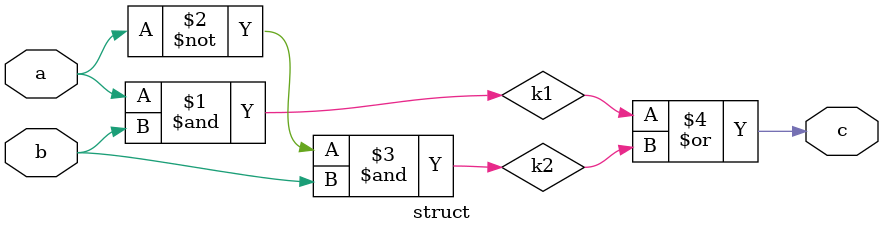
<source format=v>
module struct(a,b,c);
input a,b;
output c;
and(k1,a,b);
and(k2,~a,b);
or(c,k1,k2);
endmodule
</source>
